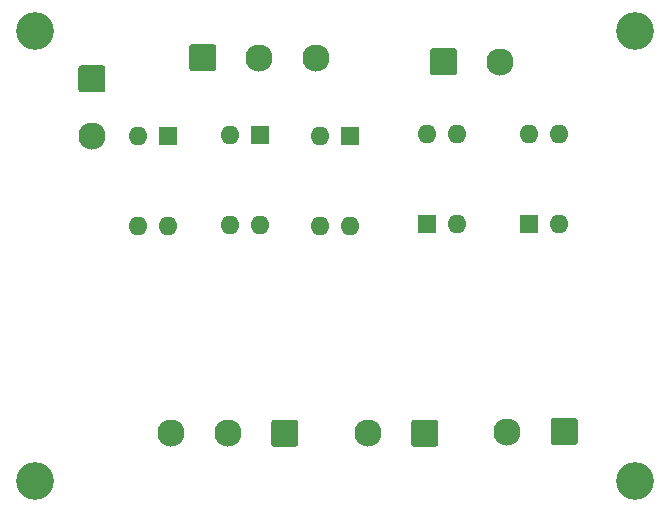
<source format=gbs>
%TF.GenerationSoftware,KiCad,Pcbnew,5.1.10*%
%TF.CreationDate,2021-12-10T15:57:17+01:00*%
%TF.ProjectId,PCB_PEE30 zonder mountingholes,5043425f-5045-4453-9330-207a6f6e6465,rev?*%
%TF.SameCoordinates,Original*%
%TF.FileFunction,Soldermask,Bot*%
%TF.FilePolarity,Negative*%
%FSLAX46Y46*%
G04 Gerber Fmt 4.6, Leading zero omitted, Abs format (unit mm)*
G04 Created by KiCad (PCBNEW 5.1.10) date 2021-12-10 15:57:17*
%MOMM*%
%LPD*%
G01*
G04 APERTURE LIST*
%ADD10C,3.200000*%
%ADD11C,2.300000*%
%ADD12O,1.600000X1.600000*%
%ADD13R,1.600000X1.600000*%
G04 APERTURE END LIST*
D10*
%TO.C,H2*%
X161290000Y-170180000D03*
%TD*%
%TO.C,H4*%
X110490000Y-170180000D03*
%TD*%
%TO.C,H1*%
X110490000Y-132080000D03*
%TD*%
%TO.C,H3*%
X161290000Y-132080000D03*
%TD*%
D11*
%TO.C,J1*%
X138700000Y-166150000D03*
G36*
G01*
X144650000Y-165250000D02*
X144650000Y-167050000D01*
G75*
G02*
X144400000Y-167300000I-250000J0D01*
G01*
X142600000Y-167300000D01*
G75*
G02*
X142350000Y-167050000I0J250000D01*
G01*
X142350000Y-165250000D01*
G75*
G02*
X142600000Y-165000000I250000J0D01*
G01*
X144400000Y-165000000D01*
G75*
G02*
X144650000Y-165250000I0J-250000D01*
G01*
G37*
%TD*%
D12*
%TO.C,U8*%
X152350000Y-140830000D03*
X154890000Y-148450000D03*
X154890000Y-140830000D03*
D13*
X152350000Y-148450000D03*
%TD*%
D12*
%TO.C,U7*%
X143650000Y-140830000D03*
X146190000Y-148450000D03*
X146190000Y-140830000D03*
D13*
X143650000Y-148450000D03*
%TD*%
D12*
%TO.C,U4*%
X137160000Y-148590000D03*
X134620000Y-140970000D03*
X134620000Y-148590000D03*
D13*
X137160000Y-140970000D03*
%TD*%
D12*
%TO.C,U3*%
X121770000Y-148590000D03*
X119230000Y-140970000D03*
X119230000Y-148590000D03*
D13*
X121770000Y-140970000D03*
%TD*%
D12*
%TO.C,U2*%
X129580000Y-148540000D03*
X127040000Y-140920000D03*
X127040000Y-148540000D03*
D13*
X129580000Y-140920000D03*
%TD*%
D11*
%TO.C,TTL_Output1*%
X149900000Y-134700000D03*
G36*
G01*
X143950000Y-135600000D02*
X143950000Y-133800000D01*
G75*
G02*
X144200000Y-133550000I250000J0D01*
G01*
X146000000Y-133550000D01*
G75*
G02*
X146250000Y-133800000I0J-250000D01*
G01*
X146250000Y-135600000D01*
G75*
G02*
X146000000Y-135850000I-250000J0D01*
G01*
X144200000Y-135850000D01*
G75*
G02*
X143950000Y-135600000I0J250000D01*
G01*
G37*
%TD*%
%TO.C,TTL_MSP-kant_2*%
X150500000Y-166000000D03*
G36*
G01*
X156450000Y-165100000D02*
X156450000Y-166900000D01*
G75*
G02*
X156200000Y-167150000I-250000J0D01*
G01*
X154400000Y-167150000D01*
G75*
G02*
X154150000Y-166900000I0J250000D01*
G01*
X154150000Y-165100000D01*
G75*
G02*
X154400000Y-164850000I250000J0D01*
G01*
X156200000Y-164850000D01*
G75*
G02*
X156450000Y-165100000I0J-250000D01*
G01*
G37*
%TD*%
%TO.C,TTL_MSP-kant_1*%
X122050000Y-166150000D03*
X126850000Y-166150000D03*
G36*
G01*
X132800000Y-165250000D02*
X132800000Y-167050000D01*
G75*
G02*
X132550000Y-167300000I-250000J0D01*
G01*
X130750000Y-167300000D01*
G75*
G02*
X130500000Y-167050000I0J250000D01*
G01*
X130500000Y-165250000D01*
G75*
G02*
X130750000Y-165000000I250000J0D01*
G01*
X132550000Y-165000000D01*
G75*
G02*
X132800000Y-165250000I0J-250000D01*
G01*
G37*
%TD*%
%TO.C,J2*%
X115316000Y-140944000D03*
G36*
G01*
X114416000Y-134994000D02*
X116216000Y-134994000D01*
G75*
G02*
X116466000Y-135244000I0J-250000D01*
G01*
X116466000Y-137044000D01*
G75*
G02*
X116216000Y-137294000I-250000J0D01*
G01*
X114416000Y-137294000D01*
G75*
G02*
X114166000Y-137044000I0J250000D01*
G01*
X114166000Y-135244000D01*
G75*
G02*
X114416000Y-134994000I250000J0D01*
G01*
G37*
%TD*%
%TO.C,input_TTL1*%
X134300000Y-134350000D03*
X129500000Y-134350000D03*
G36*
G01*
X123550000Y-135250000D02*
X123550000Y-133450000D01*
G75*
G02*
X123800000Y-133200000I250000J0D01*
G01*
X125600000Y-133200000D01*
G75*
G02*
X125850000Y-133450000I0J-250000D01*
G01*
X125850000Y-135250000D01*
G75*
G02*
X125600000Y-135500000I-250000J0D01*
G01*
X123800000Y-135500000D01*
G75*
G02*
X123550000Y-135250000I0J250000D01*
G01*
G37*
%TD*%
M02*

</source>
